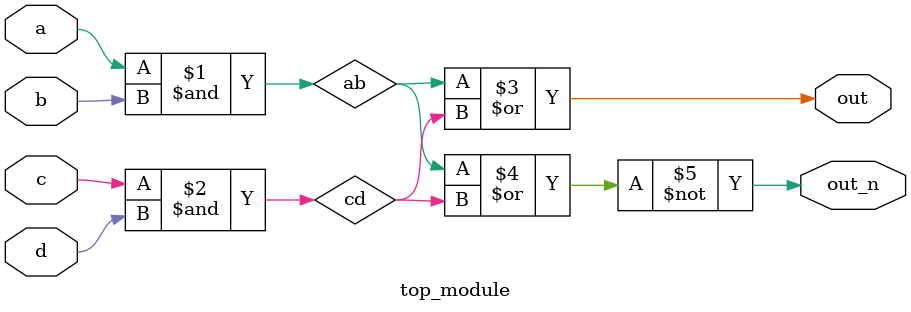
<source format=v>
`default_nettype none
module top_module(
    input a,
    input b,
    input c,
    input d,
    output out,
    output out_n   ); 
	wire ab;
    wire cd;
    assign ab = a&b;
    assign cd = c&d;
    assign out = ab | cd;
    assign out_n = ~ (ab | cd);
endmodule

</source>
